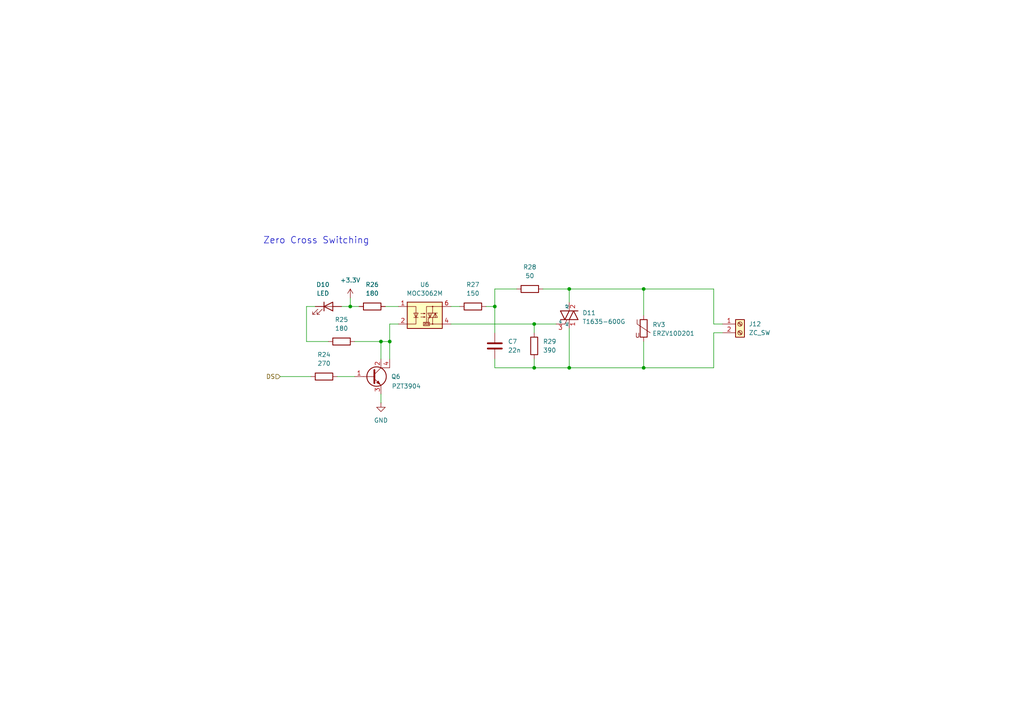
<source format=kicad_sch>
(kicad_sch (version 20250114) (generator "eeschema") (generator_version "9.0")
  (paper "A4")
  (title_block (date "2025-03-21") (rev "0") (company "キムラシール株式会社"))
  (lib_symbols
    (symbol "Connector:Screw_Terminal_01x02" (pin_names (offset 1.016) (hide yes))
      (property "Reference" "J" (at 0 2.54 0))
      (property "Value" "Screw_Terminal_01x02" (at 0 -5.08 0))
      (symbol "Screw_Terminal_01x02_1_1"
        (rectangle (start -1.27 1.27) (end 1.27 -3.81) (stroke (width 0.254)) (fill (type background)))
        (polyline (pts (xy -0.5334 0.3302) (xy 0.3302 -0.508)) (stroke (width 0.1524)))
        (polyline (pts (xy -0.5334 -2.2098) (xy 0.3302 -3.048)) (stroke (width 0.1524)))
        (polyline (pts (xy -0.3556 0.508) (xy 0.508 -0.3302)) (stroke (width 0.1524)))
        (polyline (pts (xy -0.3556 -2.032) (xy 0.508 -2.8702)) (stroke (width 0.1524)))
        (circle (center 0 0) (radius 0.635) (stroke (width 0.1524)))
        (circle (center 0 -2.54) (radius 0.635) (stroke (width 0.1524)))
        (pin passive line (at -5.08 0 0) (length 3.81) (name "Pin_1") (number "1"))
        (pin passive line (at -5.08 -2.54 0) (length 3.81) (name "Pin_2") (number "2"))
      )
    )
    (symbol "Device:C" (pin_numbers (hide yes)) (pin_names (offset 0.254))
      (property "Reference" "C" (at 0.635 2.54 0))
      (property "Value" "C" (at 0.635 -2.54 0))
      (symbol "C_0_1"
        (polyline (pts (xy -2.032 0.762) (xy 2.032 0.762)) (stroke (width 0.508)))
        (polyline (pts (xy -2.032 -0.762) (xy 2.032 -0.762)) (stroke (width 0.508)))
      )
      (symbol "C_1_1"
        (pin passive line (at 0 3.81 270) (length 2.794) (name "~") (number "1"))
        (pin passive line (at 0 -3.81 90) (length 2.794) (name "~") (number "2"))
      )
    )
    (symbol "Device:LED" (pin_numbers (hide yes)) (pin_names (offset 1.016) (hide yes))
      (property "Reference" "D" (at 0 2.54 0))
      (property "Value" "LED" (at 0 -2.54 0))
      (symbol "LED_0_1"
        (polyline (pts (xy -3.048 -0.762) (xy -4.572 -2.286) (xy -3.81 -2.286) (xy -4.572 -2.286) (xy -4.572 -1.524)))
        (polyline (pts (xy -1.778 -0.762) (xy -3.302 -2.286) (xy -2.54 -2.286) (xy -3.302 -2.286) (xy -3.302 -1.524)))
        (polyline (pts (xy -1.27 0) (xy 1.27 0)))
        (polyline (pts (xy -1.27 -1.27) (xy -1.27 1.27)) (stroke (width 0.254)))
        (polyline (pts (xy 1.27 -1.27) (xy 1.27 1.27) (xy -1.27 0) (xy 1.27 -1.27)) (stroke (width 0.254)))
      )
      (symbol "LED_1_1"
        (pin passive line (at -3.81 0 0) (length 2.54) (name "K") (number "1"))
        (pin passive line (at 3.81 0 180) (length 2.54) (name "A") (number "2"))
      )
    )
    (symbol "Device:R" (pin_numbers (hide yes)) (pin_names (offset 0))
      (property "Reference" "R" (at 2.032 0 90))
      (property "Value" "R" (at 0 0 90))
      (symbol "R_0_1"
        (rectangle (start -1.016 -2.54) (end 1.016 2.54) (stroke (width 0.254)))
      )
      (symbol "R_1_1"
        (pin passive line (at 0 3.81 270) (length 1.27) (name "~") (number "1"))
        (pin passive line (at 0 -3.81 90) (length 1.27) (name "~") (number "2"))
      )
    )
    (symbol "Device:Varistor" (pin_numbers (hide yes)) (pin_names (offset 0))
      (property "Reference" "RV" (at 3.175 0 90))
      (property "Value" "Varistor" (at -3.175 0 90))
      (symbol "Varistor_0_0"
        (text "U" (at -1.778 -2.032 0) (effects (font (size 1.27 1.27))))
      )
      (symbol "Varistor_0_1"
        (polyline (pts (xy -1.905 2.54) (xy -1.905 1.27) (xy 1.905 -1.27)))
        (rectangle (start -1.016 -2.54) (end 1.016 2.54) (stroke (width 0.254)))
      )
      (symbol "Varistor_1_1"
        (pin passive line (at 0 3.81 270) (length 1.27) (name "~") (number "1"))
        (pin passive line (at 0 -3.81 90) (length 1.27) (name "~") (number "2"))
      )
    )
    (symbol "Relay_SolidState:MOC3062M"
      (property "Reference" "U" (at -5.08 5.08 0))
      (property "Value" "MOC3062M" (at 0 5.08 0))
      (symbol "MOC3062M_0_0"
        (rectangle (start -0.381 -2.032) (end 1.397 -3.048))
        (polyline (pts (xy 1.524 -0.635) (xy 1.016 -1.016) (xy 1.016 -2.032)))
        (polyline (pts (xy 2.286 -2.54) (xy 1.397 -2.54)))
        (text "ZCD" (at 0.508 -2.54 0) (effects (font (size 0.508 0.508))))
      )
      (symbol "MOC3062M_0_1"
        (rectangle (start -5.08 3.81) (end 5.08 -3.81) (stroke (width 0.254)) (fill (type background)))
        (polyline (pts (xy -5.08 2.54) (xy -2.54 2.54) (xy -2.54 -2.54) (xy -5.08 -2.54)))
        (polyline (pts (xy -3.175 -0.635) (xy -1.905 -0.635)))
        (polyline (pts (xy -2.54 -0.635) (xy -3.175 0.635) (xy -1.905 0.635) (xy -2.54 -0.635)))
        (polyline (pts (xy -1.143 0.508) (xy 0.127 0.508) (xy -0.254 0.381) (xy -0.254 0.635) (xy 0.127 0.508)))
        (polyline (pts (xy -1.143 -0.508) (xy 0.127 -0.508) (xy -0.254 -0.635) (xy -0.254 -0.381) (xy 0.127 -0.508)))
        (polyline (pts (xy 0.889 -0.635) (xy 3.683 -0.635) (xy 3.048 0.635) (xy 2.413 -0.635)))
        (polyline (pts (xy 1.524 -0.635) (xy 1.524 0.635)))
        (polyline (pts (xy 2.286 2.54) (xy 0.508 2.54) (xy 0.508 -2.032)))
        (circle (center 2.286 2.54) (radius 0.127))
        (polyline (pts (xy 2.286 0.635) (xy 2.286 2.54) (xy 5.08 2.54)))
        (polyline (pts (xy 2.286 -0.635) (xy 2.286 -2.54) (xy 5.08 -2.54)))
        (circle (center 2.286 -2.54) (radius 0.127))
        (polyline (pts (xy 3.048 0.635) (xy 3.048 -0.635)))
        (polyline (pts (xy 3.683 0.635) (xy 0.889 0.635) (xy 1.524 -0.635) (xy 2.159 0.635)))
      )
      (symbol "MOC3062M_1_1"
        (pin passive line (at -7.62 2.54 0) (length 2.54) (name "~") (number "1"))
        (pin passive line (at -7.62 -2.54 0) (length 2.54) (name "~") (number "2"))
        (pin no_connect line (at -5.08 0 0) (length 2.54) (hide yes) (name "NC") (number "3"))
        (pin no_connect line (at 5.08 0 180) (length 2.54) (hide yes) (name "NC") (number "5"))
        (pin passive line (at 7.62 2.54 180) (length 2.54) (name "~") (number "6"))
        (pin passive line (at 7.62 -2.54 180) (length 2.54) (name "~") (number "4"))
      )
    )
    (symbol "Transistor_BJT:PZT3904" (pin_names (offset 0) (hide yes))
      (property "Reference" "Q" (at 5.08 1.905 0))
      (property "Value" "PZT3904" (at 5.08 0 0))
      (symbol "PZT3904_0_1"
        (polyline (pts (xy -2.54 0) (xy 0.635 0)))
        (polyline (pts (xy 0.635 1.905) (xy 0.635 -1.905)) (stroke (width 0.508)))
        (circle (center 1.27 0) (radius 2.8194) (stroke (width 0.254)))
        (polyline (pts (xy 2.54 2.54) (xy 5.08 2.54)))
      )
      (symbol "PZT3904_1_1"
        (polyline (pts (xy 0.635 0.635) (xy 2.54 2.54)))
        (polyline (pts (xy 0.635 -0.635) (xy 2.54 -2.54)))
        (polyline (pts (xy 1.27 -1.778) (xy 1.778 -1.27) (xy 2.286 -2.286) (xy 1.27 -1.778)) (fill (type outline)))
        (pin input line (at -5.08 0 0) (length 2.54) (name "B") (number "1"))
        (pin passive line (at 2.54 5.08 270) (length 2.54) (name "C") (number "2"))
        (pin passive line (at 2.54 -5.08 90) (length 2.54) (name "E") (number "3"))
        (pin passive line (at 5.08 5.08 270) (length 2.54) (name "C") (number "4"))
      )
    )
    (symbol "Triac_Thyristor:Generic_Triac_A1A2G" (pin_names (offset 0))
      (property "Reference" "D" (at 3.175 0.635 0))
      (property "Value" "Generic_Triac_A1A2G" (at 3.175 -1.27 0))
      (symbol "Generic_Triac_A1A2G_0_1"
        (polyline (pts (xy -2.54 1.27) (xy 2.54 1.27)) (stroke (width 0.254)))
        (polyline (pts (xy -2.54 1.27) (xy -1.27 -1.27) (xy 0 1.27)) (stroke (width 0.254)))
        (polyline (pts (xy -2.54 -1.27) (xy 2.54 -1.27)) (stroke (width 0.254)))
        (polyline (pts (xy -1.27 -2.54) (xy -0.635 -1.27)))
        (polyline (pts (xy 0 -1.27) (xy 1.27 1.27) (xy 2.54 -1.27)) (stroke (width 0.254)))
      )
      (symbol "Generic_Triac_A1A2G_1_1"
        (pin input line (at -3.81 -2.54 0) (length 2.54) (name "G") (number "3"))
        (pin passive line (at 0 3.81 270) (length 2.54) (name "A2") (number "2"))
        (pin passive line (at 0 -3.81 90) (length 2.54) (name "A1") (number "1"))
      )
    )
    (symbol "power:+3.3V" (power) (pin_numbers (hide yes)) (pin_names (offset 0) (hide yes))
      (property "Value" "+3.3V" (at 0 3.556 0))
      (symbol "+3.3V_0_1"
        (polyline (pts (xy -0.762 1.27) (xy 0 2.54)))
        (polyline (pts (xy 0 2.54) (xy 0.762 1.27)))
        (polyline (pts (xy 0 0) (xy 0 2.54)))
      )
      (symbol "+3.3V_1_1"
        (pin power_in line (at 0 0 90) (length 0) (name "~") (number "1"))
      )
    )
    (symbol "power:GND" (power) (pin_numbers (hide yes)) (pin_names (offset 0) (hide yes))
      (property "Value" "GND" (at 0 -3.81 0))
      (symbol "GND_0_1"
        (polyline (pts (xy 0 0) (xy 0 -1.27) (xy 1.27 -1.27) (xy 0 -2.54) (xy -1.27 -1.27) (xy 0 -1.27)))
      )
      (symbol "GND_1_1"
        (pin power_in line (at 0 0 270) (length 0) (name "~") (number "1"))
      )
    )
  )
  (text "Zero Cross Switching " (at 92.456 69.85 0) (effects (font (size 1.905 1.905))))
  (junction (at 165.1 106.68))
  (junction (at 113.03 99.06))
  (junction (at 101.6 88.9))
  (junction (at 186.69 106.68))
  (junction (at 154.94 93.98))
  (junction (at 165.1 83.82))
  (junction (at 186.69 83.82))
  (junction (at 154.94 106.68))
  (junction (at 110.49 99.06))
  (junction (at 143.51 88.9))
  (wire (pts (xy 113.03 93.98) (xy 113.03 99.06)))
  (wire (pts (xy 101.6 88.9) (xy 104.14 88.9)))
  (wire (pts (xy 154.94 106.68) (xy 154.94 104.14)))
  (wire (pts (xy 154.94 93.98) (xy 154.94 96.52)))
  (wire (pts (xy 130.81 93.98) (xy 154.94 93.98)))
  (wire (pts (xy 111.76 88.9) (xy 115.57 88.9)))
  (wire (pts (xy 154.94 93.98) (xy 161.29 93.98)))
  (wire (pts (xy 186.69 83.82) (xy 186.69 91.44)))
  (wire (pts (xy 186.69 83.82) (xy 207.01 83.82)))
  (wire (pts (xy 143.51 88.9) (xy 143.51 96.52)))
  (wire (pts (xy 143.51 83.82) (xy 143.51 88.9)))
  (wire (pts (xy 115.57 93.98) (xy 113.03 93.98)))
  (wire (pts (xy 101.6 86.36) (xy 101.6 88.9)))
  (wire (pts (xy 165.1 95.25) (xy 165.1 106.68)))
  (wire (pts (xy 165.1 106.68) (xy 186.69 106.68)))
  (wire (pts (xy 207.01 96.52) (xy 207.01 106.68)))
  (wire (pts (xy 91.44 88.9) (xy 88.9 88.9)))
  (wire (pts (xy 143.51 88.9) (xy 140.97 88.9)))
  (wire (pts (xy 113.03 99.06) (xy 113.03 104.14)))
  (wire (pts (xy 81.28 109.22) (xy 90.17 109.22)))
  (wire (pts (xy 149.86 83.82) (xy 143.51 83.82)))
  (wire (pts (xy 130.81 88.9) (xy 133.35 88.9)))
  (wire (pts (xy 113.03 99.06) (xy 110.49 99.06)))
  (wire (pts (xy 207.01 93.98) (xy 209.55 93.98)))
  (wire (pts (xy 186.69 99.06) (xy 186.69 106.68)))
  (wire (pts (xy 110.49 99.06) (xy 110.49 104.14)))
  (wire (pts (xy 97.79 109.22) (xy 102.87 109.22)))
  (wire (pts (xy 186.69 106.68) (xy 207.01 106.68)))
  (wire (pts (xy 165.1 83.82) (xy 186.69 83.82)))
  (wire (pts (xy 165.1 83.82) (xy 165.1 87.63)))
  (wire (pts (xy 207.01 96.52) (xy 209.55 96.52)))
  (wire (pts (xy 154.94 106.68) (xy 165.1 106.68)))
  (wire (pts (xy 157.48 83.82) (xy 165.1 83.82)))
  (wire (pts (xy 88.9 88.9) (xy 88.9 99.06)))
  (wire (pts (xy 143.51 106.68) (xy 154.94 106.68)))
  (wire (pts (xy 88.9 99.06) (xy 95.25 99.06)))
  (wire (pts (xy 207.01 93.98) (xy 207.01 83.82)))
  (wire (pts (xy 110.49 114.3) (xy 110.49 116.84)))
  (wire (pts (xy 143.51 106.68) (xy 143.51 104.14)))
  (wire (pts (xy 99.06 88.9) (xy 101.6 88.9)))
  (wire (pts (xy 102.87 99.06) (xy 110.49 99.06)))
  (hierarchical_label "DS" (shape input) (at 81.28 109.22 180))
  (symbol (lib_id "Device:R") (at 93.98 109.22 270) (unit 1)
    (property "Reference" "R2" (at 93.98 102.87 90))
    (property "Value" "270" (at 93.98 105.41 90))
    (property "Footprint" "Custom_footprints:Yageo RC_L 1206" (effects (hide yes)))
    (property "Description" "Resistor" (effects (hide yes)))
    (instances (project "ac_switching" (path "" (reference "R24") (unit 1)) (path "" (reference "R2") (unit 1))))
  )
  (symbol (lib_id "Device:R") (at 154.94 100.33 0) (unit 1)
    (property "Reference" "R7" (at 157.48 99.0599 0) (effects (justify left)))
    (property "Value" "390" (at 157.48 101.5999 0) (effects (justify left)))
    (property "Footprint" "Custom_footprints:Yageo RC_L 1206" (effects (hide yes)))
    (property "Description" "Resistor" (effects (hide yes)))
    (instances (project "ac_switching" (path "" (reference "R29") (unit 1)) (path "" (reference "R7") (unit 1))))
  )
  (symbol (lib_id "Relay_SolidState:MOC3062M") (at 123.19 91.44 0) (unit 1)
    (property "Reference" "U2" (at 123.19 82.55 0))
    (property "Value" "MOC3062M" (at 123.19 85.09 0))
    (property "Footprint" "Package_DIP:DIP-6_W7.62mm" (effects (hide yes)))
    (property "Datasheet" "https://www.onsemi.com/pub/Collateral/MOC3163M-D.pdf" (effects (hide yes)))
    (property "Description" "Zero Cross Opto-Triac, Vdrm 600V, Ift 10mA, DIP6" (effects (hide yes)))
    (instances (project "ac_switching" (path "" (reference "U6") (unit 1)) (path "" (reference "U2") (unit 1))))
  )
  (symbol (lib_id "Connector:Screw_Terminal_01x02") (at 214.63 93.98 0) (unit 1)
    (property "Reference" "J7" (at 217.17 93.9799 0) (effects (justify left)))
    (property "Value" "ZC_SW" (at 217.17 96.5199 0) (effects (justify left)))
    (property "Footprint" "Custom_footprints:TerminalBlock_bornier-2_P5.08mm" (effects (hide yes)))
    (property "Description" "Generic screw terminal, single row, 01x02, script generated (kicad-library-utils/schlib/autogen/connector/)" (effects (hide yes)))
    (instances (project "ac_switching" (path "" (reference "J12") (unit 1)) (path "" (reference "J7") (unit 1))))
  )
  (symbol (lib_id "Device:Varistor") (at 186.69 95.25 0) (unit 1)
    (property "Reference" "RV1" (at 189.23 94.1732 0) (effects (justify left)))
    (property "Value" "ERZV10D201" (at 189.23 96.7132 0) (effects (justify left)))
    (property "Footprint" "Custom_footprints:Panasonic ERZV10D201" (effects (hide yes)))
    (property "Description" "Voltage dependent resistor" (effects (hide yes)))
    (property "Sim.Name" "kicad_builtin_varistor" (effects (hide yes)))
    (property "Sim.Device" "SUBCKT" (effects (hide yes)))
    (property "Sim.Pins" "1=A 2=B" (effects (hide yes)))
    (property "Sim.Params" "threshold=1k" (effects (hide yes)))
    (property "Sim.Library" "${KICAD7_SYMBOL_DIR}/Simulation_SPICE.sp" (effects (hide yes)))
    (instances (project "ac_switching" (path "" (reference "RV3") (unit 1)) (path "" (reference "RV1") (unit 1))))
  )
  (symbol (lib_id "power:+3.3V") (at 101.6 86.36 0) (unit 1)
    (property "Reference" "#PWR010" (effects (hide yes)))
    (property "Value" "+3.3V" (at 101.6 81.28 0))
    (property "Description" "Power symbol creates a global label with name \"+3.3V\"" (effects (hide yes)))
    (instances (project "ac_switching" (path "" (reference "#PWR018") (unit 1)) (path "" (reference "#PWR010") (unit 1))))
  )
  (symbol (lib_id "Transistor_BJT:PZT3904") (at 107.95 109.22 0) (unit 1)
    (property "Reference" "Q1" (at 114.808 109.22 0))
    (property "Value" "PZT3904" (at 117.856 112.014 0))
    (property "Footprint" "Package_TO_SOT_SMD:SOT-223" (effects (hide yes)))
    (property "Datasheet" "https://www.onsemi.com/pdf/datasheet/pzt3904-d.pdf" (effects (hide yes)))
    (property "Description" "0.2A Ic, 40V Vce, Small Signal NPN Transistor, SOT-223" (effects (hide yes)))
    (instances (project "ac_switching" (path "" (reference "Q6") (unit 1)) (path "" (reference "Q1") (unit 1))))
  )
  (symbol (lib_id "power:GND") (at 110.49 116.84 0) (unit 1)
    (property "Reference" "#PWR011" (effects (hide yes)))
    (property "Value" "GND" (at 110.49 121.92 0))
    (property "Description" "Power symbol creates a global label with name \"GND\" , ground" (effects (hide yes)))
    (instances (project "ac_switching" (path "" (reference "#PWR019") (unit 1)) (path "" (reference "#PWR011") (unit 1))))
  )
  (symbol (lib_id "Device:R") (at 99.06 99.06 270) (unit 1)
    (property "Reference" "R3" (at 99.06 92.71 90))
    (property "Value" "180" (at 99.06 95.25 90))
    (property "Footprint" "Custom_footprints:Yageo RC_L 1206" (effects (hide yes)))
    (property "Description" "Resistor" (effects (hide yes)))
    (instances (project "ac_switching" (path "" (reference "R25") (unit 1)) (path "" (reference "R3") (unit 1))))
  )
  (symbol (lib_id "Device:C") (at 143.51 100.33 0) (unit 1)
    (property "Reference" "C3" (at 147.32 99.0599 0) (effects (justify left)))
    (property "Value" "22n" (at 147.32 101.5999 0) (effects (justify left)))
    (property "Footprint" "Custom_footprints:TDK B32682A4223" (effects (hide yes)))
    (property "Description" "Unpolarized capacitor" (effects (hide yes)))
    (instances (project "ac_switching" (path "" (reference "C7") (unit 1)) (path "" (reference "C3") (unit 1))))
  )
  (symbol (lib_id "Triac_Thyristor:Generic_Triac_A1A2G") (at 165.1 91.44 0) (unit 1)
    (property "Reference" "D3" (at 168.91 90.7414 0) (effects (justify left)))
    (property "Value" "T1635-600G" (at 168.91 93.2814 0) (effects (justify left)))
    (property "Footprint" "Custom_footprints:ST MIcroelectronics T16xx" (effects (hide yes)))
    (property "Description" "Triode for alternating current, anode1/anode2/gate" (effects (hide yes)))
    (instances (project "ac_switching" (path "" (reference "D11") (unit 1)) (path "" (reference "D3") (unit 1))))
  )
  (symbol (lib_id "Device:R") (at 107.95 88.9 90) (unit 1)
    (property "Reference" "R4" (at 107.95 82.55 90))
    (property "Value" "180" (at 107.95 85.09 90))
    (property "Footprint" "Custom_footprints:Yageo RC_L 1206" (effects (hide yes)))
    (property "Description" "Resistor" (effects (hide yes)))
    (instances (project "ac_switching" (path "" (reference "R26") (unit 1)) (path "" (reference "R4") (unit 1))))
  )
  (symbol (lib_id "Device:R") (at 137.16 88.9 270) (unit 1)
    (property "Reference" "R5" (at 137.16 82.55 90))
    (property "Value" "150" (at 137.16 85.09 90))
    (property "Footprint" "Custom_footprints:Yageo RC_L 1206" (effects (hide yes)))
    (property "Description" "Resistor" (effects (hide yes)))
    (instances (project "ac_switching" (path "" (reference "R27") (unit 1)) (path "" (reference "R5") (unit 1))))
  )
  (symbol (lib_id "Device:LED") (at 95.25 88.9 0) (unit 1)
    (property "Reference" "D2" (at 93.6625 82.55 0))
    (property "Value" "LED" (at 93.6625 85.09 0))
    (property "Footprint" "Custom_footprints:Lite On LTST-C150" (effects (hide yes)))
    (property "Description" "Light emitting diode" (effects (hide yes)))
    (property "Sim.Pins" "1=K 2=A" (effects (hide yes)))
    (instances (project "ac_switching" (path "" (reference "D10") (unit 1)) (path "" (reference "D2") (unit 1))))
  )
  (symbol (lib_id "Device:R") (at 153.67 83.82 90) (unit 1)
    (property "Reference" "R6" (at 153.67 77.47 90))
    (property "Value" "50" (at 153.67 80.01 90))
    (property "Footprint" "Custom_footprints:Yageo RC_L 1218" (effects (hide yes)))
    (property "Description" "Resistor" (effects (hide yes)))
    (instances (project "ac_switching" (path "" (reference "R28") (unit 1)) (path "" (reference "R6") (unit 1))))
  )
)
</source>
